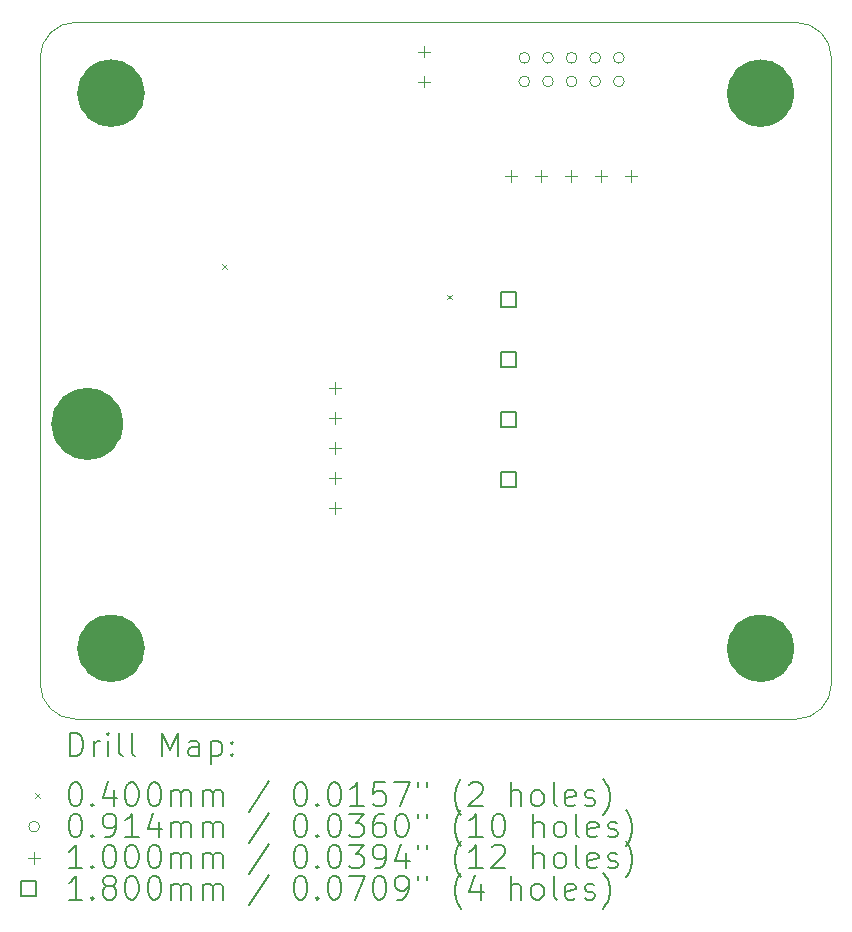
<source format=gbr>
%TF.GenerationSoftware,KiCad,Pcbnew,(6.0.8)*%
%TF.CreationDate,2022-10-08T19:14:47-07:00*%
%TF.ProjectId,opnsense-gps-pps,6f706e73-656e-4736-952d-6770732d7070,rev?*%
%TF.SameCoordinates,Original*%
%TF.FileFunction,Drillmap*%
%TF.FilePolarity,Positive*%
%FSLAX45Y45*%
G04 Gerber Fmt 4.5, Leading zero omitted, Abs format (unit mm)*
G04 Created by KiCad (PCBNEW (6.0.8)) date 2022-10-08 19:14:47*
%MOMM*%
%LPD*%
G01*
G04 APERTURE LIST*
%ADD10C,2.850000*%
%ADD11C,0.100000*%
%ADD12C,3.075000*%
%ADD13C,0.200000*%
%ADD14C,0.040000*%
%ADD15C,0.091440*%
%ADD16C,0.180000*%
G04 APERTURE END LIST*
D10*
X7142500Y-5000000D02*
G75*
G03*
X7142500Y-5000000I-142500J0D01*
G01*
X7142500Y-9700000D02*
G75*
G03*
X7142500Y-9700000I-142500J0D01*
G01*
X12642500Y-9700000D02*
G75*
G03*
X12642500Y-9700000I-142500J0D01*
G01*
D11*
X6700000Y-4400000D02*
X12800000Y-4400000D01*
X6400000Y-10000000D02*
X6400000Y-4700000D01*
X12800000Y-10300000D02*
X6700000Y-10300000D01*
X13100000Y-4700000D02*
X13100000Y-10000000D01*
X12800000Y-10300000D02*
G75*
G03*
X13100000Y-10000000I0J300000D01*
G01*
X6400000Y-10000000D02*
G75*
G03*
X6700000Y-10300000I300000J0D01*
G01*
X6700000Y-4400000D02*
G75*
G03*
X6400000Y-4700000I0J-300000D01*
G01*
X13100000Y-4700000D02*
G75*
G03*
X12800000Y-4400000I-300000J0D01*
G01*
D12*
X6953750Y-7800000D02*
G75*
G03*
X6953750Y-7800000I-153750J0D01*
G01*
D10*
X12642500Y-5000000D02*
G75*
G03*
X12642500Y-5000000I-142500J0D01*
G01*
D13*
D14*
X7942880Y-6447500D02*
X7982880Y-6487500D01*
X7982880Y-6447500D02*
X7942880Y-6487500D01*
X9846610Y-6705390D02*
X9886610Y-6745390D01*
X9886610Y-6705390D02*
X9846610Y-6745390D01*
D15*
X10545723Y-4700000D02*
G75*
G03*
X10545723Y-4700000I-45720J0D01*
G01*
X10545723Y-4900000D02*
G75*
G03*
X10545723Y-4900000I-45720J0D01*
G01*
X10745723Y-4700000D02*
G75*
G03*
X10745723Y-4700000I-45720J0D01*
G01*
X10745723Y-4900000D02*
G75*
G03*
X10745723Y-4900000I-45720J0D01*
G01*
X10945723Y-4700000D02*
G75*
G03*
X10945723Y-4700000I-45720J0D01*
G01*
X10945723Y-4900000D02*
G75*
G03*
X10945723Y-4900000I-45720J0D01*
G01*
X11145723Y-4700000D02*
G75*
G03*
X11145723Y-4700000I-45720J0D01*
G01*
X11145723Y-4900000D02*
G75*
G03*
X11145723Y-4900000I-45720J0D01*
G01*
X11345723Y-4700000D02*
G75*
G03*
X11345723Y-4700000I-45720J0D01*
G01*
X11345723Y-4900000D02*
G75*
G03*
X11345723Y-4900000I-45720J0D01*
G01*
D11*
X8900000Y-7442500D02*
X8900000Y-7542500D01*
X8850000Y-7492500D02*
X8950000Y-7492500D01*
X8900000Y-7696500D02*
X8900000Y-7796500D01*
X8850000Y-7746500D02*
X8950000Y-7746500D01*
X8900000Y-7950500D02*
X8900000Y-8050500D01*
X8850000Y-8000500D02*
X8950000Y-8000500D01*
X8900000Y-8204500D02*
X8900000Y-8304500D01*
X8850000Y-8254500D02*
X8950000Y-8254500D01*
X8900000Y-8458500D02*
X8900000Y-8558500D01*
X8850000Y-8508500D02*
X8950000Y-8508500D01*
X9650000Y-4597500D02*
X9650000Y-4697500D01*
X9600000Y-4647500D02*
X9700000Y-4647500D01*
X9650000Y-4851500D02*
X9650000Y-4951500D01*
X9600000Y-4901500D02*
X9700000Y-4901500D01*
X10384000Y-5650000D02*
X10384000Y-5750000D01*
X10334000Y-5700000D02*
X10434000Y-5700000D01*
X10638000Y-5650000D02*
X10638000Y-5750000D01*
X10588000Y-5700000D02*
X10688000Y-5700000D01*
X10892000Y-5650000D02*
X10892000Y-5750000D01*
X10842000Y-5700000D02*
X10942000Y-5700000D01*
X11146000Y-5650000D02*
X11146000Y-5750000D01*
X11096000Y-5700000D02*
X11196000Y-5700000D01*
X11400000Y-5650000D02*
X11400000Y-5750000D01*
X11350000Y-5700000D02*
X11450000Y-5700000D01*
D16*
X10426140Y-6814140D02*
X10426140Y-6686860D01*
X10298860Y-6686860D01*
X10298860Y-6814140D01*
X10426140Y-6814140D01*
X10426140Y-7322140D02*
X10426140Y-7194860D01*
X10298860Y-7194860D01*
X10298860Y-7322140D01*
X10426140Y-7322140D01*
X10426140Y-7830140D02*
X10426140Y-7702860D01*
X10298860Y-7702860D01*
X10298860Y-7830140D01*
X10426140Y-7830140D01*
X10426140Y-8338140D02*
X10426140Y-8210860D01*
X10298860Y-8210860D01*
X10298860Y-8338140D01*
X10426140Y-8338140D01*
D13*
X6652619Y-10615476D02*
X6652619Y-10415476D01*
X6700238Y-10415476D01*
X6728809Y-10425000D01*
X6747857Y-10444048D01*
X6757381Y-10463095D01*
X6766905Y-10501190D01*
X6766905Y-10529762D01*
X6757381Y-10567857D01*
X6747857Y-10586905D01*
X6728809Y-10605952D01*
X6700238Y-10615476D01*
X6652619Y-10615476D01*
X6852619Y-10615476D02*
X6852619Y-10482143D01*
X6852619Y-10520238D02*
X6862143Y-10501190D01*
X6871667Y-10491667D01*
X6890714Y-10482143D01*
X6909762Y-10482143D01*
X6976428Y-10615476D02*
X6976428Y-10482143D01*
X6976428Y-10415476D02*
X6966905Y-10425000D01*
X6976428Y-10434524D01*
X6985952Y-10425000D01*
X6976428Y-10415476D01*
X6976428Y-10434524D01*
X7100238Y-10615476D02*
X7081190Y-10605952D01*
X7071667Y-10586905D01*
X7071667Y-10415476D01*
X7205000Y-10615476D02*
X7185952Y-10605952D01*
X7176428Y-10586905D01*
X7176428Y-10415476D01*
X7433571Y-10615476D02*
X7433571Y-10415476D01*
X7500238Y-10558333D01*
X7566905Y-10415476D01*
X7566905Y-10615476D01*
X7747857Y-10615476D02*
X7747857Y-10510714D01*
X7738333Y-10491667D01*
X7719286Y-10482143D01*
X7681190Y-10482143D01*
X7662143Y-10491667D01*
X7747857Y-10605952D02*
X7728809Y-10615476D01*
X7681190Y-10615476D01*
X7662143Y-10605952D01*
X7652619Y-10586905D01*
X7652619Y-10567857D01*
X7662143Y-10548810D01*
X7681190Y-10539286D01*
X7728809Y-10539286D01*
X7747857Y-10529762D01*
X7843095Y-10482143D02*
X7843095Y-10682143D01*
X7843095Y-10491667D02*
X7862143Y-10482143D01*
X7900238Y-10482143D01*
X7919286Y-10491667D01*
X7928809Y-10501190D01*
X7938333Y-10520238D01*
X7938333Y-10577381D01*
X7928809Y-10596429D01*
X7919286Y-10605952D01*
X7900238Y-10615476D01*
X7862143Y-10615476D01*
X7843095Y-10605952D01*
X8024048Y-10596429D02*
X8033571Y-10605952D01*
X8024048Y-10615476D01*
X8014524Y-10605952D01*
X8024048Y-10596429D01*
X8024048Y-10615476D01*
X8024048Y-10491667D02*
X8033571Y-10501190D01*
X8024048Y-10510714D01*
X8014524Y-10501190D01*
X8024048Y-10491667D01*
X8024048Y-10510714D01*
D14*
X6355000Y-10925000D02*
X6395000Y-10965000D01*
X6395000Y-10925000D02*
X6355000Y-10965000D01*
D13*
X6690714Y-10835476D02*
X6709762Y-10835476D01*
X6728809Y-10845000D01*
X6738333Y-10854524D01*
X6747857Y-10873571D01*
X6757381Y-10911667D01*
X6757381Y-10959286D01*
X6747857Y-10997381D01*
X6738333Y-11016429D01*
X6728809Y-11025952D01*
X6709762Y-11035476D01*
X6690714Y-11035476D01*
X6671667Y-11025952D01*
X6662143Y-11016429D01*
X6652619Y-10997381D01*
X6643095Y-10959286D01*
X6643095Y-10911667D01*
X6652619Y-10873571D01*
X6662143Y-10854524D01*
X6671667Y-10845000D01*
X6690714Y-10835476D01*
X6843095Y-11016429D02*
X6852619Y-11025952D01*
X6843095Y-11035476D01*
X6833571Y-11025952D01*
X6843095Y-11016429D01*
X6843095Y-11035476D01*
X7024048Y-10902143D02*
X7024048Y-11035476D01*
X6976428Y-10825952D02*
X6928809Y-10968810D01*
X7052619Y-10968810D01*
X7166905Y-10835476D02*
X7185952Y-10835476D01*
X7205000Y-10845000D01*
X7214524Y-10854524D01*
X7224048Y-10873571D01*
X7233571Y-10911667D01*
X7233571Y-10959286D01*
X7224048Y-10997381D01*
X7214524Y-11016429D01*
X7205000Y-11025952D01*
X7185952Y-11035476D01*
X7166905Y-11035476D01*
X7147857Y-11025952D01*
X7138333Y-11016429D01*
X7128809Y-10997381D01*
X7119286Y-10959286D01*
X7119286Y-10911667D01*
X7128809Y-10873571D01*
X7138333Y-10854524D01*
X7147857Y-10845000D01*
X7166905Y-10835476D01*
X7357381Y-10835476D02*
X7376428Y-10835476D01*
X7395476Y-10845000D01*
X7405000Y-10854524D01*
X7414524Y-10873571D01*
X7424048Y-10911667D01*
X7424048Y-10959286D01*
X7414524Y-10997381D01*
X7405000Y-11016429D01*
X7395476Y-11025952D01*
X7376428Y-11035476D01*
X7357381Y-11035476D01*
X7338333Y-11025952D01*
X7328809Y-11016429D01*
X7319286Y-10997381D01*
X7309762Y-10959286D01*
X7309762Y-10911667D01*
X7319286Y-10873571D01*
X7328809Y-10854524D01*
X7338333Y-10845000D01*
X7357381Y-10835476D01*
X7509762Y-11035476D02*
X7509762Y-10902143D01*
X7509762Y-10921190D02*
X7519286Y-10911667D01*
X7538333Y-10902143D01*
X7566905Y-10902143D01*
X7585952Y-10911667D01*
X7595476Y-10930714D01*
X7595476Y-11035476D01*
X7595476Y-10930714D02*
X7605000Y-10911667D01*
X7624048Y-10902143D01*
X7652619Y-10902143D01*
X7671667Y-10911667D01*
X7681190Y-10930714D01*
X7681190Y-11035476D01*
X7776428Y-11035476D02*
X7776428Y-10902143D01*
X7776428Y-10921190D02*
X7785952Y-10911667D01*
X7805000Y-10902143D01*
X7833571Y-10902143D01*
X7852619Y-10911667D01*
X7862143Y-10930714D01*
X7862143Y-11035476D01*
X7862143Y-10930714D02*
X7871667Y-10911667D01*
X7890714Y-10902143D01*
X7919286Y-10902143D01*
X7938333Y-10911667D01*
X7947857Y-10930714D01*
X7947857Y-11035476D01*
X8338333Y-10825952D02*
X8166905Y-11083095D01*
X8595476Y-10835476D02*
X8614524Y-10835476D01*
X8633571Y-10845000D01*
X8643095Y-10854524D01*
X8652619Y-10873571D01*
X8662143Y-10911667D01*
X8662143Y-10959286D01*
X8652619Y-10997381D01*
X8643095Y-11016429D01*
X8633571Y-11025952D01*
X8614524Y-11035476D01*
X8595476Y-11035476D01*
X8576429Y-11025952D01*
X8566905Y-11016429D01*
X8557381Y-10997381D01*
X8547857Y-10959286D01*
X8547857Y-10911667D01*
X8557381Y-10873571D01*
X8566905Y-10854524D01*
X8576429Y-10845000D01*
X8595476Y-10835476D01*
X8747857Y-11016429D02*
X8757381Y-11025952D01*
X8747857Y-11035476D01*
X8738333Y-11025952D01*
X8747857Y-11016429D01*
X8747857Y-11035476D01*
X8881190Y-10835476D02*
X8900238Y-10835476D01*
X8919286Y-10845000D01*
X8928810Y-10854524D01*
X8938333Y-10873571D01*
X8947857Y-10911667D01*
X8947857Y-10959286D01*
X8938333Y-10997381D01*
X8928810Y-11016429D01*
X8919286Y-11025952D01*
X8900238Y-11035476D01*
X8881190Y-11035476D01*
X8862143Y-11025952D01*
X8852619Y-11016429D01*
X8843095Y-10997381D01*
X8833571Y-10959286D01*
X8833571Y-10911667D01*
X8843095Y-10873571D01*
X8852619Y-10854524D01*
X8862143Y-10845000D01*
X8881190Y-10835476D01*
X9138333Y-11035476D02*
X9024048Y-11035476D01*
X9081190Y-11035476D02*
X9081190Y-10835476D01*
X9062143Y-10864048D01*
X9043095Y-10883095D01*
X9024048Y-10892619D01*
X9319286Y-10835476D02*
X9224048Y-10835476D01*
X9214524Y-10930714D01*
X9224048Y-10921190D01*
X9243095Y-10911667D01*
X9290714Y-10911667D01*
X9309762Y-10921190D01*
X9319286Y-10930714D01*
X9328810Y-10949762D01*
X9328810Y-10997381D01*
X9319286Y-11016429D01*
X9309762Y-11025952D01*
X9290714Y-11035476D01*
X9243095Y-11035476D01*
X9224048Y-11025952D01*
X9214524Y-11016429D01*
X9395476Y-10835476D02*
X9528810Y-10835476D01*
X9443095Y-11035476D01*
X9595476Y-10835476D02*
X9595476Y-10873571D01*
X9671667Y-10835476D02*
X9671667Y-10873571D01*
X9966905Y-11111667D02*
X9957381Y-11102143D01*
X9938333Y-11073571D01*
X9928810Y-11054524D01*
X9919286Y-11025952D01*
X9909762Y-10978333D01*
X9909762Y-10940238D01*
X9919286Y-10892619D01*
X9928810Y-10864048D01*
X9938333Y-10845000D01*
X9957381Y-10816429D01*
X9966905Y-10806905D01*
X10033571Y-10854524D02*
X10043095Y-10845000D01*
X10062143Y-10835476D01*
X10109762Y-10835476D01*
X10128810Y-10845000D01*
X10138333Y-10854524D01*
X10147857Y-10873571D01*
X10147857Y-10892619D01*
X10138333Y-10921190D01*
X10024048Y-11035476D01*
X10147857Y-11035476D01*
X10385952Y-11035476D02*
X10385952Y-10835476D01*
X10471667Y-11035476D02*
X10471667Y-10930714D01*
X10462143Y-10911667D01*
X10443095Y-10902143D01*
X10414524Y-10902143D01*
X10395476Y-10911667D01*
X10385952Y-10921190D01*
X10595476Y-11035476D02*
X10576429Y-11025952D01*
X10566905Y-11016429D01*
X10557381Y-10997381D01*
X10557381Y-10940238D01*
X10566905Y-10921190D01*
X10576429Y-10911667D01*
X10595476Y-10902143D01*
X10624048Y-10902143D01*
X10643095Y-10911667D01*
X10652619Y-10921190D01*
X10662143Y-10940238D01*
X10662143Y-10997381D01*
X10652619Y-11016429D01*
X10643095Y-11025952D01*
X10624048Y-11035476D01*
X10595476Y-11035476D01*
X10776429Y-11035476D02*
X10757381Y-11025952D01*
X10747857Y-11006905D01*
X10747857Y-10835476D01*
X10928810Y-11025952D02*
X10909762Y-11035476D01*
X10871667Y-11035476D01*
X10852619Y-11025952D01*
X10843095Y-11006905D01*
X10843095Y-10930714D01*
X10852619Y-10911667D01*
X10871667Y-10902143D01*
X10909762Y-10902143D01*
X10928810Y-10911667D01*
X10938333Y-10930714D01*
X10938333Y-10949762D01*
X10843095Y-10968810D01*
X11014524Y-11025952D02*
X11033571Y-11035476D01*
X11071667Y-11035476D01*
X11090714Y-11025952D01*
X11100238Y-11006905D01*
X11100238Y-10997381D01*
X11090714Y-10978333D01*
X11071667Y-10968810D01*
X11043095Y-10968810D01*
X11024048Y-10959286D01*
X11014524Y-10940238D01*
X11014524Y-10930714D01*
X11024048Y-10911667D01*
X11043095Y-10902143D01*
X11071667Y-10902143D01*
X11090714Y-10911667D01*
X11166905Y-11111667D02*
X11176429Y-11102143D01*
X11195476Y-11073571D01*
X11205000Y-11054524D01*
X11214524Y-11025952D01*
X11224048Y-10978333D01*
X11224048Y-10940238D01*
X11214524Y-10892619D01*
X11205000Y-10864048D01*
X11195476Y-10845000D01*
X11176429Y-10816429D01*
X11166905Y-10806905D01*
D15*
X6395000Y-11209000D02*
G75*
G03*
X6395000Y-11209000I-45720J0D01*
G01*
D13*
X6690714Y-11099476D02*
X6709762Y-11099476D01*
X6728809Y-11109000D01*
X6738333Y-11118524D01*
X6747857Y-11137571D01*
X6757381Y-11175667D01*
X6757381Y-11223286D01*
X6747857Y-11261381D01*
X6738333Y-11280428D01*
X6728809Y-11289952D01*
X6709762Y-11299476D01*
X6690714Y-11299476D01*
X6671667Y-11289952D01*
X6662143Y-11280428D01*
X6652619Y-11261381D01*
X6643095Y-11223286D01*
X6643095Y-11175667D01*
X6652619Y-11137571D01*
X6662143Y-11118524D01*
X6671667Y-11109000D01*
X6690714Y-11099476D01*
X6843095Y-11280428D02*
X6852619Y-11289952D01*
X6843095Y-11299476D01*
X6833571Y-11289952D01*
X6843095Y-11280428D01*
X6843095Y-11299476D01*
X6947857Y-11299476D02*
X6985952Y-11299476D01*
X7005000Y-11289952D01*
X7014524Y-11280428D01*
X7033571Y-11251857D01*
X7043095Y-11213762D01*
X7043095Y-11137571D01*
X7033571Y-11118524D01*
X7024048Y-11109000D01*
X7005000Y-11099476D01*
X6966905Y-11099476D01*
X6947857Y-11109000D01*
X6938333Y-11118524D01*
X6928809Y-11137571D01*
X6928809Y-11185190D01*
X6938333Y-11204238D01*
X6947857Y-11213762D01*
X6966905Y-11223286D01*
X7005000Y-11223286D01*
X7024048Y-11213762D01*
X7033571Y-11204238D01*
X7043095Y-11185190D01*
X7233571Y-11299476D02*
X7119286Y-11299476D01*
X7176428Y-11299476D02*
X7176428Y-11099476D01*
X7157381Y-11128048D01*
X7138333Y-11147095D01*
X7119286Y-11156619D01*
X7405000Y-11166143D02*
X7405000Y-11299476D01*
X7357381Y-11089952D02*
X7309762Y-11232809D01*
X7433571Y-11232809D01*
X7509762Y-11299476D02*
X7509762Y-11166143D01*
X7509762Y-11185190D02*
X7519286Y-11175667D01*
X7538333Y-11166143D01*
X7566905Y-11166143D01*
X7585952Y-11175667D01*
X7595476Y-11194714D01*
X7595476Y-11299476D01*
X7595476Y-11194714D02*
X7605000Y-11175667D01*
X7624048Y-11166143D01*
X7652619Y-11166143D01*
X7671667Y-11175667D01*
X7681190Y-11194714D01*
X7681190Y-11299476D01*
X7776428Y-11299476D02*
X7776428Y-11166143D01*
X7776428Y-11185190D02*
X7785952Y-11175667D01*
X7805000Y-11166143D01*
X7833571Y-11166143D01*
X7852619Y-11175667D01*
X7862143Y-11194714D01*
X7862143Y-11299476D01*
X7862143Y-11194714D02*
X7871667Y-11175667D01*
X7890714Y-11166143D01*
X7919286Y-11166143D01*
X7938333Y-11175667D01*
X7947857Y-11194714D01*
X7947857Y-11299476D01*
X8338333Y-11089952D02*
X8166905Y-11347095D01*
X8595476Y-11099476D02*
X8614524Y-11099476D01*
X8633571Y-11109000D01*
X8643095Y-11118524D01*
X8652619Y-11137571D01*
X8662143Y-11175667D01*
X8662143Y-11223286D01*
X8652619Y-11261381D01*
X8643095Y-11280428D01*
X8633571Y-11289952D01*
X8614524Y-11299476D01*
X8595476Y-11299476D01*
X8576429Y-11289952D01*
X8566905Y-11280428D01*
X8557381Y-11261381D01*
X8547857Y-11223286D01*
X8547857Y-11175667D01*
X8557381Y-11137571D01*
X8566905Y-11118524D01*
X8576429Y-11109000D01*
X8595476Y-11099476D01*
X8747857Y-11280428D02*
X8757381Y-11289952D01*
X8747857Y-11299476D01*
X8738333Y-11289952D01*
X8747857Y-11280428D01*
X8747857Y-11299476D01*
X8881190Y-11099476D02*
X8900238Y-11099476D01*
X8919286Y-11109000D01*
X8928810Y-11118524D01*
X8938333Y-11137571D01*
X8947857Y-11175667D01*
X8947857Y-11223286D01*
X8938333Y-11261381D01*
X8928810Y-11280428D01*
X8919286Y-11289952D01*
X8900238Y-11299476D01*
X8881190Y-11299476D01*
X8862143Y-11289952D01*
X8852619Y-11280428D01*
X8843095Y-11261381D01*
X8833571Y-11223286D01*
X8833571Y-11175667D01*
X8843095Y-11137571D01*
X8852619Y-11118524D01*
X8862143Y-11109000D01*
X8881190Y-11099476D01*
X9014524Y-11099476D02*
X9138333Y-11099476D01*
X9071667Y-11175667D01*
X9100238Y-11175667D01*
X9119286Y-11185190D01*
X9128810Y-11194714D01*
X9138333Y-11213762D01*
X9138333Y-11261381D01*
X9128810Y-11280428D01*
X9119286Y-11289952D01*
X9100238Y-11299476D01*
X9043095Y-11299476D01*
X9024048Y-11289952D01*
X9014524Y-11280428D01*
X9309762Y-11099476D02*
X9271667Y-11099476D01*
X9252619Y-11109000D01*
X9243095Y-11118524D01*
X9224048Y-11147095D01*
X9214524Y-11185190D01*
X9214524Y-11261381D01*
X9224048Y-11280428D01*
X9233571Y-11289952D01*
X9252619Y-11299476D01*
X9290714Y-11299476D01*
X9309762Y-11289952D01*
X9319286Y-11280428D01*
X9328810Y-11261381D01*
X9328810Y-11213762D01*
X9319286Y-11194714D01*
X9309762Y-11185190D01*
X9290714Y-11175667D01*
X9252619Y-11175667D01*
X9233571Y-11185190D01*
X9224048Y-11194714D01*
X9214524Y-11213762D01*
X9452619Y-11099476D02*
X9471667Y-11099476D01*
X9490714Y-11109000D01*
X9500238Y-11118524D01*
X9509762Y-11137571D01*
X9519286Y-11175667D01*
X9519286Y-11223286D01*
X9509762Y-11261381D01*
X9500238Y-11280428D01*
X9490714Y-11289952D01*
X9471667Y-11299476D01*
X9452619Y-11299476D01*
X9433571Y-11289952D01*
X9424048Y-11280428D01*
X9414524Y-11261381D01*
X9405000Y-11223286D01*
X9405000Y-11175667D01*
X9414524Y-11137571D01*
X9424048Y-11118524D01*
X9433571Y-11109000D01*
X9452619Y-11099476D01*
X9595476Y-11099476D02*
X9595476Y-11137571D01*
X9671667Y-11099476D02*
X9671667Y-11137571D01*
X9966905Y-11375667D02*
X9957381Y-11366143D01*
X9938333Y-11337571D01*
X9928810Y-11318524D01*
X9919286Y-11289952D01*
X9909762Y-11242333D01*
X9909762Y-11204238D01*
X9919286Y-11156619D01*
X9928810Y-11128048D01*
X9938333Y-11109000D01*
X9957381Y-11080429D01*
X9966905Y-11070905D01*
X10147857Y-11299476D02*
X10033571Y-11299476D01*
X10090714Y-11299476D02*
X10090714Y-11099476D01*
X10071667Y-11128048D01*
X10052619Y-11147095D01*
X10033571Y-11156619D01*
X10271667Y-11099476D02*
X10290714Y-11099476D01*
X10309762Y-11109000D01*
X10319286Y-11118524D01*
X10328810Y-11137571D01*
X10338333Y-11175667D01*
X10338333Y-11223286D01*
X10328810Y-11261381D01*
X10319286Y-11280428D01*
X10309762Y-11289952D01*
X10290714Y-11299476D01*
X10271667Y-11299476D01*
X10252619Y-11289952D01*
X10243095Y-11280428D01*
X10233571Y-11261381D01*
X10224048Y-11223286D01*
X10224048Y-11175667D01*
X10233571Y-11137571D01*
X10243095Y-11118524D01*
X10252619Y-11109000D01*
X10271667Y-11099476D01*
X10576429Y-11299476D02*
X10576429Y-11099476D01*
X10662143Y-11299476D02*
X10662143Y-11194714D01*
X10652619Y-11175667D01*
X10633571Y-11166143D01*
X10605000Y-11166143D01*
X10585952Y-11175667D01*
X10576429Y-11185190D01*
X10785952Y-11299476D02*
X10766905Y-11289952D01*
X10757381Y-11280428D01*
X10747857Y-11261381D01*
X10747857Y-11204238D01*
X10757381Y-11185190D01*
X10766905Y-11175667D01*
X10785952Y-11166143D01*
X10814524Y-11166143D01*
X10833571Y-11175667D01*
X10843095Y-11185190D01*
X10852619Y-11204238D01*
X10852619Y-11261381D01*
X10843095Y-11280428D01*
X10833571Y-11289952D01*
X10814524Y-11299476D01*
X10785952Y-11299476D01*
X10966905Y-11299476D02*
X10947857Y-11289952D01*
X10938333Y-11270905D01*
X10938333Y-11099476D01*
X11119286Y-11289952D02*
X11100238Y-11299476D01*
X11062143Y-11299476D01*
X11043095Y-11289952D01*
X11033571Y-11270905D01*
X11033571Y-11194714D01*
X11043095Y-11175667D01*
X11062143Y-11166143D01*
X11100238Y-11166143D01*
X11119286Y-11175667D01*
X11128810Y-11194714D01*
X11128810Y-11213762D01*
X11033571Y-11232809D01*
X11205000Y-11289952D02*
X11224048Y-11299476D01*
X11262143Y-11299476D01*
X11281190Y-11289952D01*
X11290714Y-11270905D01*
X11290714Y-11261381D01*
X11281190Y-11242333D01*
X11262143Y-11232809D01*
X11233571Y-11232809D01*
X11214524Y-11223286D01*
X11205000Y-11204238D01*
X11205000Y-11194714D01*
X11214524Y-11175667D01*
X11233571Y-11166143D01*
X11262143Y-11166143D01*
X11281190Y-11175667D01*
X11357381Y-11375667D02*
X11366905Y-11366143D01*
X11385952Y-11337571D01*
X11395476Y-11318524D01*
X11405000Y-11289952D01*
X11414524Y-11242333D01*
X11414524Y-11204238D01*
X11405000Y-11156619D01*
X11395476Y-11128048D01*
X11385952Y-11109000D01*
X11366905Y-11080429D01*
X11357381Y-11070905D01*
D11*
X6345000Y-11423000D02*
X6345000Y-11523000D01*
X6295000Y-11473000D02*
X6395000Y-11473000D01*
D13*
X6757381Y-11563476D02*
X6643095Y-11563476D01*
X6700238Y-11563476D02*
X6700238Y-11363476D01*
X6681190Y-11392048D01*
X6662143Y-11411095D01*
X6643095Y-11420619D01*
X6843095Y-11544428D02*
X6852619Y-11553952D01*
X6843095Y-11563476D01*
X6833571Y-11553952D01*
X6843095Y-11544428D01*
X6843095Y-11563476D01*
X6976428Y-11363476D02*
X6995476Y-11363476D01*
X7014524Y-11373000D01*
X7024048Y-11382524D01*
X7033571Y-11401571D01*
X7043095Y-11439667D01*
X7043095Y-11487286D01*
X7033571Y-11525381D01*
X7024048Y-11544428D01*
X7014524Y-11553952D01*
X6995476Y-11563476D01*
X6976428Y-11563476D01*
X6957381Y-11553952D01*
X6947857Y-11544428D01*
X6938333Y-11525381D01*
X6928809Y-11487286D01*
X6928809Y-11439667D01*
X6938333Y-11401571D01*
X6947857Y-11382524D01*
X6957381Y-11373000D01*
X6976428Y-11363476D01*
X7166905Y-11363476D02*
X7185952Y-11363476D01*
X7205000Y-11373000D01*
X7214524Y-11382524D01*
X7224048Y-11401571D01*
X7233571Y-11439667D01*
X7233571Y-11487286D01*
X7224048Y-11525381D01*
X7214524Y-11544428D01*
X7205000Y-11553952D01*
X7185952Y-11563476D01*
X7166905Y-11563476D01*
X7147857Y-11553952D01*
X7138333Y-11544428D01*
X7128809Y-11525381D01*
X7119286Y-11487286D01*
X7119286Y-11439667D01*
X7128809Y-11401571D01*
X7138333Y-11382524D01*
X7147857Y-11373000D01*
X7166905Y-11363476D01*
X7357381Y-11363476D02*
X7376428Y-11363476D01*
X7395476Y-11373000D01*
X7405000Y-11382524D01*
X7414524Y-11401571D01*
X7424048Y-11439667D01*
X7424048Y-11487286D01*
X7414524Y-11525381D01*
X7405000Y-11544428D01*
X7395476Y-11553952D01*
X7376428Y-11563476D01*
X7357381Y-11563476D01*
X7338333Y-11553952D01*
X7328809Y-11544428D01*
X7319286Y-11525381D01*
X7309762Y-11487286D01*
X7309762Y-11439667D01*
X7319286Y-11401571D01*
X7328809Y-11382524D01*
X7338333Y-11373000D01*
X7357381Y-11363476D01*
X7509762Y-11563476D02*
X7509762Y-11430143D01*
X7509762Y-11449190D02*
X7519286Y-11439667D01*
X7538333Y-11430143D01*
X7566905Y-11430143D01*
X7585952Y-11439667D01*
X7595476Y-11458714D01*
X7595476Y-11563476D01*
X7595476Y-11458714D02*
X7605000Y-11439667D01*
X7624048Y-11430143D01*
X7652619Y-11430143D01*
X7671667Y-11439667D01*
X7681190Y-11458714D01*
X7681190Y-11563476D01*
X7776428Y-11563476D02*
X7776428Y-11430143D01*
X7776428Y-11449190D02*
X7785952Y-11439667D01*
X7805000Y-11430143D01*
X7833571Y-11430143D01*
X7852619Y-11439667D01*
X7862143Y-11458714D01*
X7862143Y-11563476D01*
X7862143Y-11458714D02*
X7871667Y-11439667D01*
X7890714Y-11430143D01*
X7919286Y-11430143D01*
X7938333Y-11439667D01*
X7947857Y-11458714D01*
X7947857Y-11563476D01*
X8338333Y-11353952D02*
X8166905Y-11611095D01*
X8595476Y-11363476D02*
X8614524Y-11363476D01*
X8633571Y-11373000D01*
X8643095Y-11382524D01*
X8652619Y-11401571D01*
X8662143Y-11439667D01*
X8662143Y-11487286D01*
X8652619Y-11525381D01*
X8643095Y-11544428D01*
X8633571Y-11553952D01*
X8614524Y-11563476D01*
X8595476Y-11563476D01*
X8576429Y-11553952D01*
X8566905Y-11544428D01*
X8557381Y-11525381D01*
X8547857Y-11487286D01*
X8547857Y-11439667D01*
X8557381Y-11401571D01*
X8566905Y-11382524D01*
X8576429Y-11373000D01*
X8595476Y-11363476D01*
X8747857Y-11544428D02*
X8757381Y-11553952D01*
X8747857Y-11563476D01*
X8738333Y-11553952D01*
X8747857Y-11544428D01*
X8747857Y-11563476D01*
X8881190Y-11363476D02*
X8900238Y-11363476D01*
X8919286Y-11373000D01*
X8928810Y-11382524D01*
X8938333Y-11401571D01*
X8947857Y-11439667D01*
X8947857Y-11487286D01*
X8938333Y-11525381D01*
X8928810Y-11544428D01*
X8919286Y-11553952D01*
X8900238Y-11563476D01*
X8881190Y-11563476D01*
X8862143Y-11553952D01*
X8852619Y-11544428D01*
X8843095Y-11525381D01*
X8833571Y-11487286D01*
X8833571Y-11439667D01*
X8843095Y-11401571D01*
X8852619Y-11382524D01*
X8862143Y-11373000D01*
X8881190Y-11363476D01*
X9014524Y-11363476D02*
X9138333Y-11363476D01*
X9071667Y-11439667D01*
X9100238Y-11439667D01*
X9119286Y-11449190D01*
X9128810Y-11458714D01*
X9138333Y-11477762D01*
X9138333Y-11525381D01*
X9128810Y-11544428D01*
X9119286Y-11553952D01*
X9100238Y-11563476D01*
X9043095Y-11563476D01*
X9024048Y-11553952D01*
X9014524Y-11544428D01*
X9233571Y-11563476D02*
X9271667Y-11563476D01*
X9290714Y-11553952D01*
X9300238Y-11544428D01*
X9319286Y-11515857D01*
X9328810Y-11477762D01*
X9328810Y-11401571D01*
X9319286Y-11382524D01*
X9309762Y-11373000D01*
X9290714Y-11363476D01*
X9252619Y-11363476D01*
X9233571Y-11373000D01*
X9224048Y-11382524D01*
X9214524Y-11401571D01*
X9214524Y-11449190D01*
X9224048Y-11468238D01*
X9233571Y-11477762D01*
X9252619Y-11487286D01*
X9290714Y-11487286D01*
X9309762Y-11477762D01*
X9319286Y-11468238D01*
X9328810Y-11449190D01*
X9500238Y-11430143D02*
X9500238Y-11563476D01*
X9452619Y-11353952D02*
X9405000Y-11496809D01*
X9528810Y-11496809D01*
X9595476Y-11363476D02*
X9595476Y-11401571D01*
X9671667Y-11363476D02*
X9671667Y-11401571D01*
X9966905Y-11639667D02*
X9957381Y-11630143D01*
X9938333Y-11601571D01*
X9928810Y-11582524D01*
X9919286Y-11553952D01*
X9909762Y-11506333D01*
X9909762Y-11468238D01*
X9919286Y-11420619D01*
X9928810Y-11392048D01*
X9938333Y-11373000D01*
X9957381Y-11344428D01*
X9966905Y-11334905D01*
X10147857Y-11563476D02*
X10033571Y-11563476D01*
X10090714Y-11563476D02*
X10090714Y-11363476D01*
X10071667Y-11392048D01*
X10052619Y-11411095D01*
X10033571Y-11420619D01*
X10224048Y-11382524D02*
X10233571Y-11373000D01*
X10252619Y-11363476D01*
X10300238Y-11363476D01*
X10319286Y-11373000D01*
X10328810Y-11382524D01*
X10338333Y-11401571D01*
X10338333Y-11420619D01*
X10328810Y-11449190D01*
X10214524Y-11563476D01*
X10338333Y-11563476D01*
X10576429Y-11563476D02*
X10576429Y-11363476D01*
X10662143Y-11563476D02*
X10662143Y-11458714D01*
X10652619Y-11439667D01*
X10633571Y-11430143D01*
X10605000Y-11430143D01*
X10585952Y-11439667D01*
X10576429Y-11449190D01*
X10785952Y-11563476D02*
X10766905Y-11553952D01*
X10757381Y-11544428D01*
X10747857Y-11525381D01*
X10747857Y-11468238D01*
X10757381Y-11449190D01*
X10766905Y-11439667D01*
X10785952Y-11430143D01*
X10814524Y-11430143D01*
X10833571Y-11439667D01*
X10843095Y-11449190D01*
X10852619Y-11468238D01*
X10852619Y-11525381D01*
X10843095Y-11544428D01*
X10833571Y-11553952D01*
X10814524Y-11563476D01*
X10785952Y-11563476D01*
X10966905Y-11563476D02*
X10947857Y-11553952D01*
X10938333Y-11534905D01*
X10938333Y-11363476D01*
X11119286Y-11553952D02*
X11100238Y-11563476D01*
X11062143Y-11563476D01*
X11043095Y-11553952D01*
X11033571Y-11534905D01*
X11033571Y-11458714D01*
X11043095Y-11439667D01*
X11062143Y-11430143D01*
X11100238Y-11430143D01*
X11119286Y-11439667D01*
X11128810Y-11458714D01*
X11128810Y-11477762D01*
X11033571Y-11496809D01*
X11205000Y-11553952D02*
X11224048Y-11563476D01*
X11262143Y-11563476D01*
X11281190Y-11553952D01*
X11290714Y-11534905D01*
X11290714Y-11525381D01*
X11281190Y-11506333D01*
X11262143Y-11496809D01*
X11233571Y-11496809D01*
X11214524Y-11487286D01*
X11205000Y-11468238D01*
X11205000Y-11458714D01*
X11214524Y-11439667D01*
X11233571Y-11430143D01*
X11262143Y-11430143D01*
X11281190Y-11439667D01*
X11357381Y-11639667D02*
X11366905Y-11630143D01*
X11385952Y-11601571D01*
X11395476Y-11582524D01*
X11405000Y-11553952D01*
X11414524Y-11506333D01*
X11414524Y-11468238D01*
X11405000Y-11420619D01*
X11395476Y-11392048D01*
X11385952Y-11373000D01*
X11366905Y-11344428D01*
X11357381Y-11334905D01*
D16*
X6368640Y-11800640D02*
X6368640Y-11673360D01*
X6241360Y-11673360D01*
X6241360Y-11800640D01*
X6368640Y-11800640D01*
D13*
X6757381Y-11827476D02*
X6643095Y-11827476D01*
X6700238Y-11827476D02*
X6700238Y-11627476D01*
X6681190Y-11656048D01*
X6662143Y-11675095D01*
X6643095Y-11684619D01*
X6843095Y-11808428D02*
X6852619Y-11817952D01*
X6843095Y-11827476D01*
X6833571Y-11817952D01*
X6843095Y-11808428D01*
X6843095Y-11827476D01*
X6966905Y-11713190D02*
X6947857Y-11703667D01*
X6938333Y-11694143D01*
X6928809Y-11675095D01*
X6928809Y-11665571D01*
X6938333Y-11646524D01*
X6947857Y-11637000D01*
X6966905Y-11627476D01*
X7005000Y-11627476D01*
X7024048Y-11637000D01*
X7033571Y-11646524D01*
X7043095Y-11665571D01*
X7043095Y-11675095D01*
X7033571Y-11694143D01*
X7024048Y-11703667D01*
X7005000Y-11713190D01*
X6966905Y-11713190D01*
X6947857Y-11722714D01*
X6938333Y-11732238D01*
X6928809Y-11751286D01*
X6928809Y-11789381D01*
X6938333Y-11808428D01*
X6947857Y-11817952D01*
X6966905Y-11827476D01*
X7005000Y-11827476D01*
X7024048Y-11817952D01*
X7033571Y-11808428D01*
X7043095Y-11789381D01*
X7043095Y-11751286D01*
X7033571Y-11732238D01*
X7024048Y-11722714D01*
X7005000Y-11713190D01*
X7166905Y-11627476D02*
X7185952Y-11627476D01*
X7205000Y-11637000D01*
X7214524Y-11646524D01*
X7224048Y-11665571D01*
X7233571Y-11703667D01*
X7233571Y-11751286D01*
X7224048Y-11789381D01*
X7214524Y-11808428D01*
X7205000Y-11817952D01*
X7185952Y-11827476D01*
X7166905Y-11827476D01*
X7147857Y-11817952D01*
X7138333Y-11808428D01*
X7128809Y-11789381D01*
X7119286Y-11751286D01*
X7119286Y-11703667D01*
X7128809Y-11665571D01*
X7138333Y-11646524D01*
X7147857Y-11637000D01*
X7166905Y-11627476D01*
X7357381Y-11627476D02*
X7376428Y-11627476D01*
X7395476Y-11637000D01*
X7405000Y-11646524D01*
X7414524Y-11665571D01*
X7424048Y-11703667D01*
X7424048Y-11751286D01*
X7414524Y-11789381D01*
X7405000Y-11808428D01*
X7395476Y-11817952D01*
X7376428Y-11827476D01*
X7357381Y-11827476D01*
X7338333Y-11817952D01*
X7328809Y-11808428D01*
X7319286Y-11789381D01*
X7309762Y-11751286D01*
X7309762Y-11703667D01*
X7319286Y-11665571D01*
X7328809Y-11646524D01*
X7338333Y-11637000D01*
X7357381Y-11627476D01*
X7509762Y-11827476D02*
X7509762Y-11694143D01*
X7509762Y-11713190D02*
X7519286Y-11703667D01*
X7538333Y-11694143D01*
X7566905Y-11694143D01*
X7585952Y-11703667D01*
X7595476Y-11722714D01*
X7595476Y-11827476D01*
X7595476Y-11722714D02*
X7605000Y-11703667D01*
X7624048Y-11694143D01*
X7652619Y-11694143D01*
X7671667Y-11703667D01*
X7681190Y-11722714D01*
X7681190Y-11827476D01*
X7776428Y-11827476D02*
X7776428Y-11694143D01*
X7776428Y-11713190D02*
X7785952Y-11703667D01*
X7805000Y-11694143D01*
X7833571Y-11694143D01*
X7852619Y-11703667D01*
X7862143Y-11722714D01*
X7862143Y-11827476D01*
X7862143Y-11722714D02*
X7871667Y-11703667D01*
X7890714Y-11694143D01*
X7919286Y-11694143D01*
X7938333Y-11703667D01*
X7947857Y-11722714D01*
X7947857Y-11827476D01*
X8338333Y-11617952D02*
X8166905Y-11875095D01*
X8595476Y-11627476D02*
X8614524Y-11627476D01*
X8633571Y-11637000D01*
X8643095Y-11646524D01*
X8652619Y-11665571D01*
X8662143Y-11703667D01*
X8662143Y-11751286D01*
X8652619Y-11789381D01*
X8643095Y-11808428D01*
X8633571Y-11817952D01*
X8614524Y-11827476D01*
X8595476Y-11827476D01*
X8576429Y-11817952D01*
X8566905Y-11808428D01*
X8557381Y-11789381D01*
X8547857Y-11751286D01*
X8547857Y-11703667D01*
X8557381Y-11665571D01*
X8566905Y-11646524D01*
X8576429Y-11637000D01*
X8595476Y-11627476D01*
X8747857Y-11808428D02*
X8757381Y-11817952D01*
X8747857Y-11827476D01*
X8738333Y-11817952D01*
X8747857Y-11808428D01*
X8747857Y-11827476D01*
X8881190Y-11627476D02*
X8900238Y-11627476D01*
X8919286Y-11637000D01*
X8928810Y-11646524D01*
X8938333Y-11665571D01*
X8947857Y-11703667D01*
X8947857Y-11751286D01*
X8938333Y-11789381D01*
X8928810Y-11808428D01*
X8919286Y-11817952D01*
X8900238Y-11827476D01*
X8881190Y-11827476D01*
X8862143Y-11817952D01*
X8852619Y-11808428D01*
X8843095Y-11789381D01*
X8833571Y-11751286D01*
X8833571Y-11703667D01*
X8843095Y-11665571D01*
X8852619Y-11646524D01*
X8862143Y-11637000D01*
X8881190Y-11627476D01*
X9014524Y-11627476D02*
X9147857Y-11627476D01*
X9062143Y-11827476D01*
X9262143Y-11627476D02*
X9281190Y-11627476D01*
X9300238Y-11637000D01*
X9309762Y-11646524D01*
X9319286Y-11665571D01*
X9328810Y-11703667D01*
X9328810Y-11751286D01*
X9319286Y-11789381D01*
X9309762Y-11808428D01*
X9300238Y-11817952D01*
X9281190Y-11827476D01*
X9262143Y-11827476D01*
X9243095Y-11817952D01*
X9233571Y-11808428D01*
X9224048Y-11789381D01*
X9214524Y-11751286D01*
X9214524Y-11703667D01*
X9224048Y-11665571D01*
X9233571Y-11646524D01*
X9243095Y-11637000D01*
X9262143Y-11627476D01*
X9424048Y-11827476D02*
X9462143Y-11827476D01*
X9481190Y-11817952D01*
X9490714Y-11808428D01*
X9509762Y-11779857D01*
X9519286Y-11741762D01*
X9519286Y-11665571D01*
X9509762Y-11646524D01*
X9500238Y-11637000D01*
X9481190Y-11627476D01*
X9443095Y-11627476D01*
X9424048Y-11637000D01*
X9414524Y-11646524D01*
X9405000Y-11665571D01*
X9405000Y-11713190D01*
X9414524Y-11732238D01*
X9424048Y-11741762D01*
X9443095Y-11751286D01*
X9481190Y-11751286D01*
X9500238Y-11741762D01*
X9509762Y-11732238D01*
X9519286Y-11713190D01*
X9595476Y-11627476D02*
X9595476Y-11665571D01*
X9671667Y-11627476D02*
X9671667Y-11665571D01*
X9966905Y-11903667D02*
X9957381Y-11894143D01*
X9938333Y-11865571D01*
X9928810Y-11846524D01*
X9919286Y-11817952D01*
X9909762Y-11770333D01*
X9909762Y-11732238D01*
X9919286Y-11684619D01*
X9928810Y-11656048D01*
X9938333Y-11637000D01*
X9957381Y-11608428D01*
X9966905Y-11598905D01*
X10128810Y-11694143D02*
X10128810Y-11827476D01*
X10081190Y-11617952D02*
X10033571Y-11760809D01*
X10157381Y-11760809D01*
X10385952Y-11827476D02*
X10385952Y-11627476D01*
X10471667Y-11827476D02*
X10471667Y-11722714D01*
X10462143Y-11703667D01*
X10443095Y-11694143D01*
X10414524Y-11694143D01*
X10395476Y-11703667D01*
X10385952Y-11713190D01*
X10595476Y-11827476D02*
X10576429Y-11817952D01*
X10566905Y-11808428D01*
X10557381Y-11789381D01*
X10557381Y-11732238D01*
X10566905Y-11713190D01*
X10576429Y-11703667D01*
X10595476Y-11694143D01*
X10624048Y-11694143D01*
X10643095Y-11703667D01*
X10652619Y-11713190D01*
X10662143Y-11732238D01*
X10662143Y-11789381D01*
X10652619Y-11808428D01*
X10643095Y-11817952D01*
X10624048Y-11827476D01*
X10595476Y-11827476D01*
X10776429Y-11827476D02*
X10757381Y-11817952D01*
X10747857Y-11798905D01*
X10747857Y-11627476D01*
X10928810Y-11817952D02*
X10909762Y-11827476D01*
X10871667Y-11827476D01*
X10852619Y-11817952D01*
X10843095Y-11798905D01*
X10843095Y-11722714D01*
X10852619Y-11703667D01*
X10871667Y-11694143D01*
X10909762Y-11694143D01*
X10928810Y-11703667D01*
X10938333Y-11722714D01*
X10938333Y-11741762D01*
X10843095Y-11760809D01*
X11014524Y-11817952D02*
X11033571Y-11827476D01*
X11071667Y-11827476D01*
X11090714Y-11817952D01*
X11100238Y-11798905D01*
X11100238Y-11789381D01*
X11090714Y-11770333D01*
X11071667Y-11760809D01*
X11043095Y-11760809D01*
X11024048Y-11751286D01*
X11014524Y-11732238D01*
X11014524Y-11722714D01*
X11024048Y-11703667D01*
X11043095Y-11694143D01*
X11071667Y-11694143D01*
X11090714Y-11703667D01*
X11166905Y-11903667D02*
X11176429Y-11894143D01*
X11195476Y-11865571D01*
X11205000Y-11846524D01*
X11214524Y-11817952D01*
X11224048Y-11770333D01*
X11224048Y-11732238D01*
X11214524Y-11684619D01*
X11205000Y-11656048D01*
X11195476Y-11637000D01*
X11176429Y-11608428D01*
X11166905Y-11598905D01*
M02*

</source>
